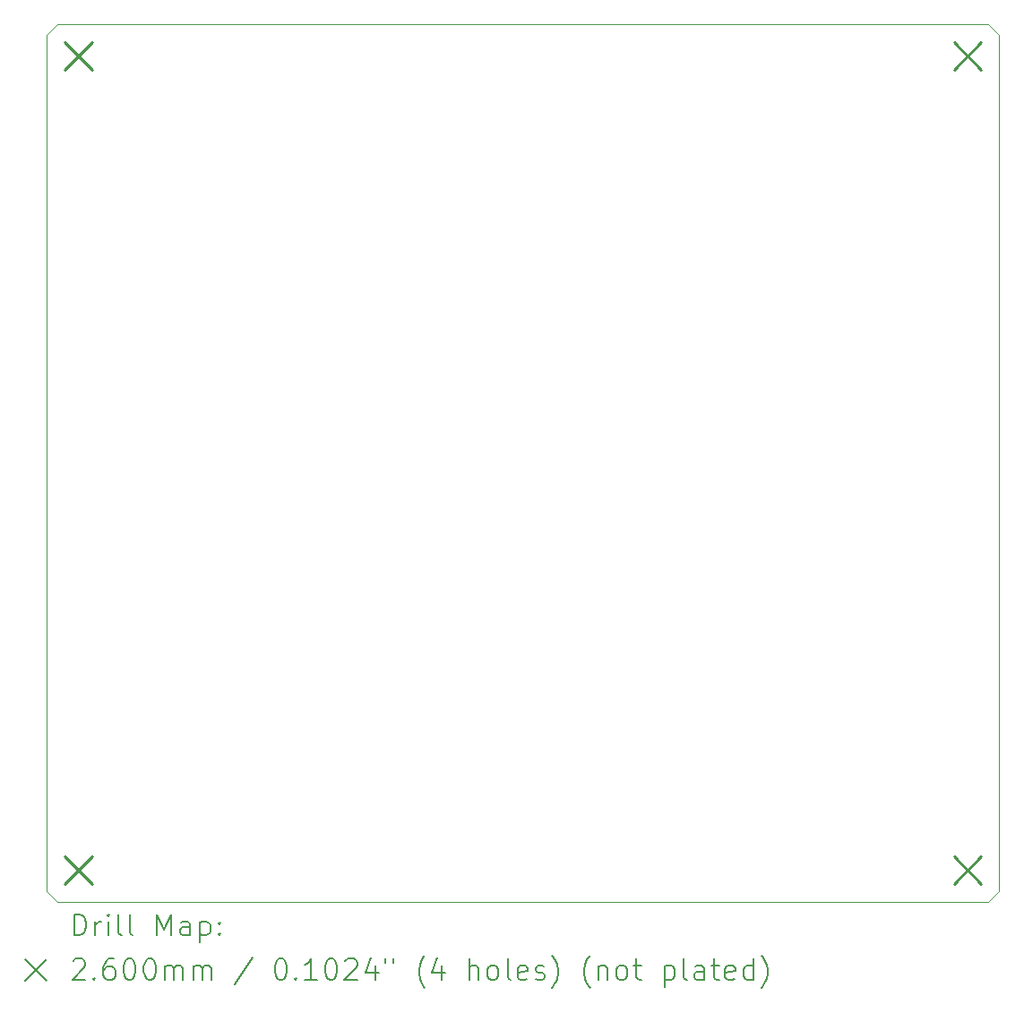
<source format=gbr>
%TF.GenerationSoftware,KiCad,Pcbnew,8.0.1*%
%TF.CreationDate,2024-04-15T00:47:00+08:00*%
%TF.ProjectId,my4th-light,6d793474-682d-46c6-9967-68742e6b6963,rev?*%
%TF.SameCoordinates,Original*%
%TF.FileFunction,Drillmap*%
%TF.FilePolarity,Positive*%
%FSLAX45Y45*%
G04 Gerber Fmt 4.5, Leading zero omitted, Abs format (unit mm)*
G04 Created by KiCad (PCBNEW 8.0.1) date 2024-04-15 00:47:00*
%MOMM*%
%LPD*%
G01*
G04 APERTURE LIST*
%ADD10C,0.050000*%
%ADD11C,0.200000*%
%ADD12C,0.260000*%
G04 APERTURE END LIST*
D10*
X21600000Y-4400000D02*
X12800000Y-4400000D01*
X21600000Y-12700000D02*
X12800000Y-12700000D01*
X21700000Y-12600000D02*
X21700000Y-4500000D01*
X12700000Y-4500000D02*
X12700000Y-12600000D01*
X12800000Y-4400000D02*
X12700000Y-4500000D01*
X21600000Y-12700000D02*
X21700000Y-12600000D01*
X21600000Y-4400000D02*
X21700000Y-4500000D01*
X12700000Y-12600000D02*
X12800000Y-12700000D01*
D11*
D12*
X12870000Y-4570000D02*
X13130000Y-4830000D01*
X13130000Y-4570000D02*
X12870000Y-4830000D01*
X12870000Y-12270000D02*
X13130000Y-12530000D01*
X13130000Y-12270000D02*
X12870000Y-12530000D01*
X21270000Y-4570000D02*
X21530000Y-4830000D01*
X21530000Y-4570000D02*
X21270000Y-4830000D01*
X21270000Y-12270000D02*
X21530000Y-12530000D01*
X21530000Y-12270000D02*
X21270000Y-12530000D01*
D11*
X12958277Y-13013984D02*
X12958277Y-12813984D01*
X12958277Y-12813984D02*
X13005896Y-12813984D01*
X13005896Y-12813984D02*
X13034467Y-12823508D01*
X13034467Y-12823508D02*
X13053515Y-12842555D01*
X13053515Y-12842555D02*
X13063039Y-12861603D01*
X13063039Y-12861603D02*
X13072562Y-12899698D01*
X13072562Y-12899698D02*
X13072562Y-12928269D01*
X13072562Y-12928269D02*
X13063039Y-12966365D01*
X13063039Y-12966365D02*
X13053515Y-12985412D01*
X13053515Y-12985412D02*
X13034467Y-13004460D01*
X13034467Y-13004460D02*
X13005896Y-13013984D01*
X13005896Y-13013984D02*
X12958277Y-13013984D01*
X13158277Y-13013984D02*
X13158277Y-12880650D01*
X13158277Y-12918746D02*
X13167801Y-12899698D01*
X13167801Y-12899698D02*
X13177324Y-12890174D01*
X13177324Y-12890174D02*
X13196372Y-12880650D01*
X13196372Y-12880650D02*
X13215420Y-12880650D01*
X13282086Y-13013984D02*
X13282086Y-12880650D01*
X13282086Y-12813984D02*
X13272562Y-12823508D01*
X13272562Y-12823508D02*
X13282086Y-12833031D01*
X13282086Y-12833031D02*
X13291610Y-12823508D01*
X13291610Y-12823508D02*
X13282086Y-12813984D01*
X13282086Y-12813984D02*
X13282086Y-12833031D01*
X13405896Y-13013984D02*
X13386848Y-13004460D01*
X13386848Y-13004460D02*
X13377324Y-12985412D01*
X13377324Y-12985412D02*
X13377324Y-12813984D01*
X13510658Y-13013984D02*
X13491610Y-13004460D01*
X13491610Y-13004460D02*
X13482086Y-12985412D01*
X13482086Y-12985412D02*
X13482086Y-12813984D01*
X13739229Y-13013984D02*
X13739229Y-12813984D01*
X13739229Y-12813984D02*
X13805896Y-12956841D01*
X13805896Y-12956841D02*
X13872562Y-12813984D01*
X13872562Y-12813984D02*
X13872562Y-13013984D01*
X14053515Y-13013984D02*
X14053515Y-12909222D01*
X14053515Y-12909222D02*
X14043991Y-12890174D01*
X14043991Y-12890174D02*
X14024943Y-12880650D01*
X14024943Y-12880650D02*
X13986848Y-12880650D01*
X13986848Y-12880650D02*
X13967801Y-12890174D01*
X14053515Y-13004460D02*
X14034467Y-13013984D01*
X14034467Y-13013984D02*
X13986848Y-13013984D01*
X13986848Y-13013984D02*
X13967801Y-13004460D01*
X13967801Y-13004460D02*
X13958277Y-12985412D01*
X13958277Y-12985412D02*
X13958277Y-12966365D01*
X13958277Y-12966365D02*
X13967801Y-12947317D01*
X13967801Y-12947317D02*
X13986848Y-12937793D01*
X13986848Y-12937793D02*
X14034467Y-12937793D01*
X14034467Y-12937793D02*
X14053515Y-12928269D01*
X14148753Y-12880650D02*
X14148753Y-13080650D01*
X14148753Y-12890174D02*
X14167801Y-12880650D01*
X14167801Y-12880650D02*
X14205896Y-12880650D01*
X14205896Y-12880650D02*
X14224943Y-12890174D01*
X14224943Y-12890174D02*
X14234467Y-12899698D01*
X14234467Y-12899698D02*
X14243991Y-12918746D01*
X14243991Y-12918746D02*
X14243991Y-12975888D01*
X14243991Y-12975888D02*
X14234467Y-12994936D01*
X14234467Y-12994936D02*
X14224943Y-13004460D01*
X14224943Y-13004460D02*
X14205896Y-13013984D01*
X14205896Y-13013984D02*
X14167801Y-13013984D01*
X14167801Y-13013984D02*
X14148753Y-13004460D01*
X14329705Y-12994936D02*
X14339229Y-13004460D01*
X14339229Y-13004460D02*
X14329705Y-13013984D01*
X14329705Y-13013984D02*
X14320182Y-13004460D01*
X14320182Y-13004460D02*
X14329705Y-12994936D01*
X14329705Y-12994936D02*
X14329705Y-13013984D01*
X14329705Y-12890174D02*
X14339229Y-12899698D01*
X14339229Y-12899698D02*
X14329705Y-12909222D01*
X14329705Y-12909222D02*
X14320182Y-12899698D01*
X14320182Y-12899698D02*
X14329705Y-12890174D01*
X14329705Y-12890174D02*
X14329705Y-12909222D01*
X12497500Y-13242500D02*
X12697500Y-13442500D01*
X12697500Y-13242500D02*
X12497500Y-13442500D01*
X12948753Y-13253031D02*
X12958277Y-13243508D01*
X12958277Y-13243508D02*
X12977324Y-13233984D01*
X12977324Y-13233984D02*
X13024943Y-13233984D01*
X13024943Y-13233984D02*
X13043991Y-13243508D01*
X13043991Y-13243508D02*
X13053515Y-13253031D01*
X13053515Y-13253031D02*
X13063039Y-13272079D01*
X13063039Y-13272079D02*
X13063039Y-13291127D01*
X13063039Y-13291127D02*
X13053515Y-13319698D01*
X13053515Y-13319698D02*
X12939229Y-13433984D01*
X12939229Y-13433984D02*
X13063039Y-13433984D01*
X13148753Y-13414936D02*
X13158277Y-13424460D01*
X13158277Y-13424460D02*
X13148753Y-13433984D01*
X13148753Y-13433984D02*
X13139229Y-13424460D01*
X13139229Y-13424460D02*
X13148753Y-13414936D01*
X13148753Y-13414936D02*
X13148753Y-13433984D01*
X13329705Y-13233984D02*
X13291610Y-13233984D01*
X13291610Y-13233984D02*
X13272562Y-13243508D01*
X13272562Y-13243508D02*
X13263039Y-13253031D01*
X13263039Y-13253031D02*
X13243991Y-13281603D01*
X13243991Y-13281603D02*
X13234467Y-13319698D01*
X13234467Y-13319698D02*
X13234467Y-13395888D01*
X13234467Y-13395888D02*
X13243991Y-13414936D01*
X13243991Y-13414936D02*
X13253515Y-13424460D01*
X13253515Y-13424460D02*
X13272562Y-13433984D01*
X13272562Y-13433984D02*
X13310658Y-13433984D01*
X13310658Y-13433984D02*
X13329705Y-13424460D01*
X13329705Y-13424460D02*
X13339229Y-13414936D01*
X13339229Y-13414936D02*
X13348753Y-13395888D01*
X13348753Y-13395888D02*
X13348753Y-13348269D01*
X13348753Y-13348269D02*
X13339229Y-13329222D01*
X13339229Y-13329222D02*
X13329705Y-13319698D01*
X13329705Y-13319698D02*
X13310658Y-13310174D01*
X13310658Y-13310174D02*
X13272562Y-13310174D01*
X13272562Y-13310174D02*
X13253515Y-13319698D01*
X13253515Y-13319698D02*
X13243991Y-13329222D01*
X13243991Y-13329222D02*
X13234467Y-13348269D01*
X13472562Y-13233984D02*
X13491610Y-13233984D01*
X13491610Y-13233984D02*
X13510658Y-13243508D01*
X13510658Y-13243508D02*
X13520182Y-13253031D01*
X13520182Y-13253031D02*
X13529705Y-13272079D01*
X13529705Y-13272079D02*
X13539229Y-13310174D01*
X13539229Y-13310174D02*
X13539229Y-13357793D01*
X13539229Y-13357793D02*
X13529705Y-13395888D01*
X13529705Y-13395888D02*
X13520182Y-13414936D01*
X13520182Y-13414936D02*
X13510658Y-13424460D01*
X13510658Y-13424460D02*
X13491610Y-13433984D01*
X13491610Y-13433984D02*
X13472562Y-13433984D01*
X13472562Y-13433984D02*
X13453515Y-13424460D01*
X13453515Y-13424460D02*
X13443991Y-13414936D01*
X13443991Y-13414936D02*
X13434467Y-13395888D01*
X13434467Y-13395888D02*
X13424943Y-13357793D01*
X13424943Y-13357793D02*
X13424943Y-13310174D01*
X13424943Y-13310174D02*
X13434467Y-13272079D01*
X13434467Y-13272079D02*
X13443991Y-13253031D01*
X13443991Y-13253031D02*
X13453515Y-13243508D01*
X13453515Y-13243508D02*
X13472562Y-13233984D01*
X13663039Y-13233984D02*
X13682086Y-13233984D01*
X13682086Y-13233984D02*
X13701134Y-13243508D01*
X13701134Y-13243508D02*
X13710658Y-13253031D01*
X13710658Y-13253031D02*
X13720182Y-13272079D01*
X13720182Y-13272079D02*
X13729705Y-13310174D01*
X13729705Y-13310174D02*
X13729705Y-13357793D01*
X13729705Y-13357793D02*
X13720182Y-13395888D01*
X13720182Y-13395888D02*
X13710658Y-13414936D01*
X13710658Y-13414936D02*
X13701134Y-13424460D01*
X13701134Y-13424460D02*
X13682086Y-13433984D01*
X13682086Y-13433984D02*
X13663039Y-13433984D01*
X13663039Y-13433984D02*
X13643991Y-13424460D01*
X13643991Y-13424460D02*
X13634467Y-13414936D01*
X13634467Y-13414936D02*
X13624943Y-13395888D01*
X13624943Y-13395888D02*
X13615420Y-13357793D01*
X13615420Y-13357793D02*
X13615420Y-13310174D01*
X13615420Y-13310174D02*
X13624943Y-13272079D01*
X13624943Y-13272079D02*
X13634467Y-13253031D01*
X13634467Y-13253031D02*
X13643991Y-13243508D01*
X13643991Y-13243508D02*
X13663039Y-13233984D01*
X13815420Y-13433984D02*
X13815420Y-13300650D01*
X13815420Y-13319698D02*
X13824943Y-13310174D01*
X13824943Y-13310174D02*
X13843991Y-13300650D01*
X13843991Y-13300650D02*
X13872563Y-13300650D01*
X13872563Y-13300650D02*
X13891610Y-13310174D01*
X13891610Y-13310174D02*
X13901134Y-13329222D01*
X13901134Y-13329222D02*
X13901134Y-13433984D01*
X13901134Y-13329222D02*
X13910658Y-13310174D01*
X13910658Y-13310174D02*
X13929705Y-13300650D01*
X13929705Y-13300650D02*
X13958277Y-13300650D01*
X13958277Y-13300650D02*
X13977324Y-13310174D01*
X13977324Y-13310174D02*
X13986848Y-13329222D01*
X13986848Y-13329222D02*
X13986848Y-13433984D01*
X14082086Y-13433984D02*
X14082086Y-13300650D01*
X14082086Y-13319698D02*
X14091610Y-13310174D01*
X14091610Y-13310174D02*
X14110658Y-13300650D01*
X14110658Y-13300650D02*
X14139229Y-13300650D01*
X14139229Y-13300650D02*
X14158277Y-13310174D01*
X14158277Y-13310174D02*
X14167801Y-13329222D01*
X14167801Y-13329222D02*
X14167801Y-13433984D01*
X14167801Y-13329222D02*
X14177324Y-13310174D01*
X14177324Y-13310174D02*
X14196372Y-13300650D01*
X14196372Y-13300650D02*
X14224943Y-13300650D01*
X14224943Y-13300650D02*
X14243991Y-13310174D01*
X14243991Y-13310174D02*
X14253515Y-13329222D01*
X14253515Y-13329222D02*
X14253515Y-13433984D01*
X14643991Y-13224460D02*
X14472563Y-13481603D01*
X14901134Y-13233984D02*
X14920182Y-13233984D01*
X14920182Y-13233984D02*
X14939229Y-13243508D01*
X14939229Y-13243508D02*
X14948753Y-13253031D01*
X14948753Y-13253031D02*
X14958277Y-13272079D01*
X14958277Y-13272079D02*
X14967801Y-13310174D01*
X14967801Y-13310174D02*
X14967801Y-13357793D01*
X14967801Y-13357793D02*
X14958277Y-13395888D01*
X14958277Y-13395888D02*
X14948753Y-13414936D01*
X14948753Y-13414936D02*
X14939229Y-13424460D01*
X14939229Y-13424460D02*
X14920182Y-13433984D01*
X14920182Y-13433984D02*
X14901134Y-13433984D01*
X14901134Y-13433984D02*
X14882086Y-13424460D01*
X14882086Y-13424460D02*
X14872563Y-13414936D01*
X14872563Y-13414936D02*
X14863039Y-13395888D01*
X14863039Y-13395888D02*
X14853515Y-13357793D01*
X14853515Y-13357793D02*
X14853515Y-13310174D01*
X14853515Y-13310174D02*
X14863039Y-13272079D01*
X14863039Y-13272079D02*
X14872563Y-13253031D01*
X14872563Y-13253031D02*
X14882086Y-13243508D01*
X14882086Y-13243508D02*
X14901134Y-13233984D01*
X15053515Y-13414936D02*
X15063039Y-13424460D01*
X15063039Y-13424460D02*
X15053515Y-13433984D01*
X15053515Y-13433984D02*
X15043991Y-13424460D01*
X15043991Y-13424460D02*
X15053515Y-13414936D01*
X15053515Y-13414936D02*
X15053515Y-13433984D01*
X15253515Y-13433984D02*
X15139229Y-13433984D01*
X15196372Y-13433984D02*
X15196372Y-13233984D01*
X15196372Y-13233984D02*
X15177325Y-13262555D01*
X15177325Y-13262555D02*
X15158277Y-13281603D01*
X15158277Y-13281603D02*
X15139229Y-13291127D01*
X15377325Y-13233984D02*
X15396372Y-13233984D01*
X15396372Y-13233984D02*
X15415420Y-13243508D01*
X15415420Y-13243508D02*
X15424944Y-13253031D01*
X15424944Y-13253031D02*
X15434467Y-13272079D01*
X15434467Y-13272079D02*
X15443991Y-13310174D01*
X15443991Y-13310174D02*
X15443991Y-13357793D01*
X15443991Y-13357793D02*
X15434467Y-13395888D01*
X15434467Y-13395888D02*
X15424944Y-13414936D01*
X15424944Y-13414936D02*
X15415420Y-13424460D01*
X15415420Y-13424460D02*
X15396372Y-13433984D01*
X15396372Y-13433984D02*
X15377325Y-13433984D01*
X15377325Y-13433984D02*
X15358277Y-13424460D01*
X15358277Y-13424460D02*
X15348753Y-13414936D01*
X15348753Y-13414936D02*
X15339229Y-13395888D01*
X15339229Y-13395888D02*
X15329706Y-13357793D01*
X15329706Y-13357793D02*
X15329706Y-13310174D01*
X15329706Y-13310174D02*
X15339229Y-13272079D01*
X15339229Y-13272079D02*
X15348753Y-13253031D01*
X15348753Y-13253031D02*
X15358277Y-13243508D01*
X15358277Y-13243508D02*
X15377325Y-13233984D01*
X15520182Y-13253031D02*
X15529706Y-13243508D01*
X15529706Y-13243508D02*
X15548753Y-13233984D01*
X15548753Y-13233984D02*
X15596372Y-13233984D01*
X15596372Y-13233984D02*
X15615420Y-13243508D01*
X15615420Y-13243508D02*
X15624944Y-13253031D01*
X15624944Y-13253031D02*
X15634467Y-13272079D01*
X15634467Y-13272079D02*
X15634467Y-13291127D01*
X15634467Y-13291127D02*
X15624944Y-13319698D01*
X15624944Y-13319698D02*
X15510658Y-13433984D01*
X15510658Y-13433984D02*
X15634467Y-13433984D01*
X15805896Y-13300650D02*
X15805896Y-13433984D01*
X15758277Y-13224460D02*
X15710658Y-13367317D01*
X15710658Y-13367317D02*
X15834467Y-13367317D01*
X15901134Y-13233984D02*
X15901134Y-13272079D01*
X15977325Y-13233984D02*
X15977325Y-13272079D01*
X16272563Y-13510174D02*
X16263039Y-13500650D01*
X16263039Y-13500650D02*
X16243991Y-13472079D01*
X16243991Y-13472079D02*
X16234468Y-13453031D01*
X16234468Y-13453031D02*
X16224944Y-13424460D01*
X16224944Y-13424460D02*
X16215420Y-13376841D01*
X16215420Y-13376841D02*
X16215420Y-13338746D01*
X16215420Y-13338746D02*
X16224944Y-13291127D01*
X16224944Y-13291127D02*
X16234468Y-13262555D01*
X16234468Y-13262555D02*
X16243991Y-13243508D01*
X16243991Y-13243508D02*
X16263039Y-13214936D01*
X16263039Y-13214936D02*
X16272563Y-13205412D01*
X16434468Y-13300650D02*
X16434468Y-13433984D01*
X16386848Y-13224460D02*
X16339229Y-13367317D01*
X16339229Y-13367317D02*
X16463039Y-13367317D01*
X16691610Y-13433984D02*
X16691610Y-13233984D01*
X16777325Y-13433984D02*
X16777325Y-13329222D01*
X16777325Y-13329222D02*
X16767801Y-13310174D01*
X16767801Y-13310174D02*
X16748753Y-13300650D01*
X16748753Y-13300650D02*
X16720182Y-13300650D01*
X16720182Y-13300650D02*
X16701134Y-13310174D01*
X16701134Y-13310174D02*
X16691610Y-13319698D01*
X16901134Y-13433984D02*
X16882087Y-13424460D01*
X16882087Y-13424460D02*
X16872563Y-13414936D01*
X16872563Y-13414936D02*
X16863039Y-13395888D01*
X16863039Y-13395888D02*
X16863039Y-13338746D01*
X16863039Y-13338746D02*
X16872563Y-13319698D01*
X16872563Y-13319698D02*
X16882087Y-13310174D01*
X16882087Y-13310174D02*
X16901134Y-13300650D01*
X16901134Y-13300650D02*
X16929706Y-13300650D01*
X16929706Y-13300650D02*
X16948753Y-13310174D01*
X16948753Y-13310174D02*
X16958277Y-13319698D01*
X16958277Y-13319698D02*
X16967801Y-13338746D01*
X16967801Y-13338746D02*
X16967801Y-13395888D01*
X16967801Y-13395888D02*
X16958277Y-13414936D01*
X16958277Y-13414936D02*
X16948753Y-13424460D01*
X16948753Y-13424460D02*
X16929706Y-13433984D01*
X16929706Y-13433984D02*
X16901134Y-13433984D01*
X17082087Y-13433984D02*
X17063039Y-13424460D01*
X17063039Y-13424460D02*
X17053515Y-13405412D01*
X17053515Y-13405412D02*
X17053515Y-13233984D01*
X17234468Y-13424460D02*
X17215420Y-13433984D01*
X17215420Y-13433984D02*
X17177325Y-13433984D01*
X17177325Y-13433984D02*
X17158277Y-13424460D01*
X17158277Y-13424460D02*
X17148753Y-13405412D01*
X17148753Y-13405412D02*
X17148753Y-13329222D01*
X17148753Y-13329222D02*
X17158277Y-13310174D01*
X17158277Y-13310174D02*
X17177325Y-13300650D01*
X17177325Y-13300650D02*
X17215420Y-13300650D01*
X17215420Y-13300650D02*
X17234468Y-13310174D01*
X17234468Y-13310174D02*
X17243992Y-13329222D01*
X17243992Y-13329222D02*
X17243992Y-13348269D01*
X17243992Y-13348269D02*
X17148753Y-13367317D01*
X17320182Y-13424460D02*
X17339230Y-13433984D01*
X17339230Y-13433984D02*
X17377325Y-13433984D01*
X17377325Y-13433984D02*
X17396373Y-13424460D01*
X17396373Y-13424460D02*
X17405896Y-13405412D01*
X17405896Y-13405412D02*
X17405896Y-13395888D01*
X17405896Y-13395888D02*
X17396373Y-13376841D01*
X17396373Y-13376841D02*
X17377325Y-13367317D01*
X17377325Y-13367317D02*
X17348753Y-13367317D01*
X17348753Y-13367317D02*
X17329706Y-13357793D01*
X17329706Y-13357793D02*
X17320182Y-13338746D01*
X17320182Y-13338746D02*
X17320182Y-13329222D01*
X17320182Y-13329222D02*
X17329706Y-13310174D01*
X17329706Y-13310174D02*
X17348753Y-13300650D01*
X17348753Y-13300650D02*
X17377325Y-13300650D01*
X17377325Y-13300650D02*
X17396373Y-13310174D01*
X17472563Y-13510174D02*
X17482087Y-13500650D01*
X17482087Y-13500650D02*
X17501134Y-13472079D01*
X17501134Y-13472079D02*
X17510658Y-13453031D01*
X17510658Y-13453031D02*
X17520182Y-13424460D01*
X17520182Y-13424460D02*
X17529706Y-13376841D01*
X17529706Y-13376841D02*
X17529706Y-13338746D01*
X17529706Y-13338746D02*
X17520182Y-13291127D01*
X17520182Y-13291127D02*
X17510658Y-13262555D01*
X17510658Y-13262555D02*
X17501134Y-13243508D01*
X17501134Y-13243508D02*
X17482087Y-13214936D01*
X17482087Y-13214936D02*
X17472563Y-13205412D01*
X17834468Y-13510174D02*
X17824944Y-13500650D01*
X17824944Y-13500650D02*
X17805896Y-13472079D01*
X17805896Y-13472079D02*
X17796373Y-13453031D01*
X17796373Y-13453031D02*
X17786849Y-13424460D01*
X17786849Y-13424460D02*
X17777325Y-13376841D01*
X17777325Y-13376841D02*
X17777325Y-13338746D01*
X17777325Y-13338746D02*
X17786849Y-13291127D01*
X17786849Y-13291127D02*
X17796373Y-13262555D01*
X17796373Y-13262555D02*
X17805896Y-13243508D01*
X17805896Y-13243508D02*
X17824944Y-13214936D01*
X17824944Y-13214936D02*
X17834468Y-13205412D01*
X17910658Y-13300650D02*
X17910658Y-13433984D01*
X17910658Y-13319698D02*
X17920182Y-13310174D01*
X17920182Y-13310174D02*
X17939230Y-13300650D01*
X17939230Y-13300650D02*
X17967801Y-13300650D01*
X17967801Y-13300650D02*
X17986849Y-13310174D01*
X17986849Y-13310174D02*
X17996373Y-13329222D01*
X17996373Y-13329222D02*
X17996373Y-13433984D01*
X18120182Y-13433984D02*
X18101134Y-13424460D01*
X18101134Y-13424460D02*
X18091611Y-13414936D01*
X18091611Y-13414936D02*
X18082087Y-13395888D01*
X18082087Y-13395888D02*
X18082087Y-13338746D01*
X18082087Y-13338746D02*
X18091611Y-13319698D01*
X18091611Y-13319698D02*
X18101134Y-13310174D01*
X18101134Y-13310174D02*
X18120182Y-13300650D01*
X18120182Y-13300650D02*
X18148754Y-13300650D01*
X18148754Y-13300650D02*
X18167801Y-13310174D01*
X18167801Y-13310174D02*
X18177325Y-13319698D01*
X18177325Y-13319698D02*
X18186849Y-13338746D01*
X18186849Y-13338746D02*
X18186849Y-13395888D01*
X18186849Y-13395888D02*
X18177325Y-13414936D01*
X18177325Y-13414936D02*
X18167801Y-13424460D01*
X18167801Y-13424460D02*
X18148754Y-13433984D01*
X18148754Y-13433984D02*
X18120182Y-13433984D01*
X18243992Y-13300650D02*
X18320182Y-13300650D01*
X18272563Y-13233984D02*
X18272563Y-13405412D01*
X18272563Y-13405412D02*
X18282087Y-13424460D01*
X18282087Y-13424460D02*
X18301134Y-13433984D01*
X18301134Y-13433984D02*
X18320182Y-13433984D01*
X18539230Y-13300650D02*
X18539230Y-13500650D01*
X18539230Y-13310174D02*
X18558277Y-13300650D01*
X18558277Y-13300650D02*
X18596373Y-13300650D01*
X18596373Y-13300650D02*
X18615420Y-13310174D01*
X18615420Y-13310174D02*
X18624944Y-13319698D01*
X18624944Y-13319698D02*
X18634468Y-13338746D01*
X18634468Y-13338746D02*
X18634468Y-13395888D01*
X18634468Y-13395888D02*
X18624944Y-13414936D01*
X18624944Y-13414936D02*
X18615420Y-13424460D01*
X18615420Y-13424460D02*
X18596373Y-13433984D01*
X18596373Y-13433984D02*
X18558277Y-13433984D01*
X18558277Y-13433984D02*
X18539230Y-13424460D01*
X18748754Y-13433984D02*
X18729706Y-13424460D01*
X18729706Y-13424460D02*
X18720182Y-13405412D01*
X18720182Y-13405412D02*
X18720182Y-13233984D01*
X18910658Y-13433984D02*
X18910658Y-13329222D01*
X18910658Y-13329222D02*
X18901135Y-13310174D01*
X18901135Y-13310174D02*
X18882087Y-13300650D01*
X18882087Y-13300650D02*
X18843992Y-13300650D01*
X18843992Y-13300650D02*
X18824944Y-13310174D01*
X18910658Y-13424460D02*
X18891611Y-13433984D01*
X18891611Y-13433984D02*
X18843992Y-13433984D01*
X18843992Y-13433984D02*
X18824944Y-13424460D01*
X18824944Y-13424460D02*
X18815420Y-13405412D01*
X18815420Y-13405412D02*
X18815420Y-13386365D01*
X18815420Y-13386365D02*
X18824944Y-13367317D01*
X18824944Y-13367317D02*
X18843992Y-13357793D01*
X18843992Y-13357793D02*
X18891611Y-13357793D01*
X18891611Y-13357793D02*
X18910658Y-13348269D01*
X18977325Y-13300650D02*
X19053515Y-13300650D01*
X19005896Y-13233984D02*
X19005896Y-13405412D01*
X19005896Y-13405412D02*
X19015420Y-13424460D01*
X19015420Y-13424460D02*
X19034468Y-13433984D01*
X19034468Y-13433984D02*
X19053515Y-13433984D01*
X19196373Y-13424460D02*
X19177325Y-13433984D01*
X19177325Y-13433984D02*
X19139230Y-13433984D01*
X19139230Y-13433984D02*
X19120182Y-13424460D01*
X19120182Y-13424460D02*
X19110658Y-13405412D01*
X19110658Y-13405412D02*
X19110658Y-13329222D01*
X19110658Y-13329222D02*
X19120182Y-13310174D01*
X19120182Y-13310174D02*
X19139230Y-13300650D01*
X19139230Y-13300650D02*
X19177325Y-13300650D01*
X19177325Y-13300650D02*
X19196373Y-13310174D01*
X19196373Y-13310174D02*
X19205896Y-13329222D01*
X19205896Y-13329222D02*
X19205896Y-13348269D01*
X19205896Y-13348269D02*
X19110658Y-13367317D01*
X19377325Y-13433984D02*
X19377325Y-13233984D01*
X19377325Y-13424460D02*
X19358277Y-13433984D01*
X19358277Y-13433984D02*
X19320182Y-13433984D01*
X19320182Y-13433984D02*
X19301135Y-13424460D01*
X19301135Y-13424460D02*
X19291611Y-13414936D01*
X19291611Y-13414936D02*
X19282087Y-13395888D01*
X19282087Y-13395888D02*
X19282087Y-13338746D01*
X19282087Y-13338746D02*
X19291611Y-13319698D01*
X19291611Y-13319698D02*
X19301135Y-13310174D01*
X19301135Y-13310174D02*
X19320182Y-13300650D01*
X19320182Y-13300650D02*
X19358277Y-13300650D01*
X19358277Y-13300650D02*
X19377325Y-13310174D01*
X19453516Y-13510174D02*
X19463039Y-13500650D01*
X19463039Y-13500650D02*
X19482087Y-13472079D01*
X19482087Y-13472079D02*
X19491611Y-13453031D01*
X19491611Y-13453031D02*
X19501135Y-13424460D01*
X19501135Y-13424460D02*
X19510658Y-13376841D01*
X19510658Y-13376841D02*
X19510658Y-13338746D01*
X19510658Y-13338746D02*
X19501135Y-13291127D01*
X19501135Y-13291127D02*
X19491611Y-13262555D01*
X19491611Y-13262555D02*
X19482087Y-13243508D01*
X19482087Y-13243508D02*
X19463039Y-13214936D01*
X19463039Y-13214936D02*
X19453516Y-13205412D01*
M02*

</source>
